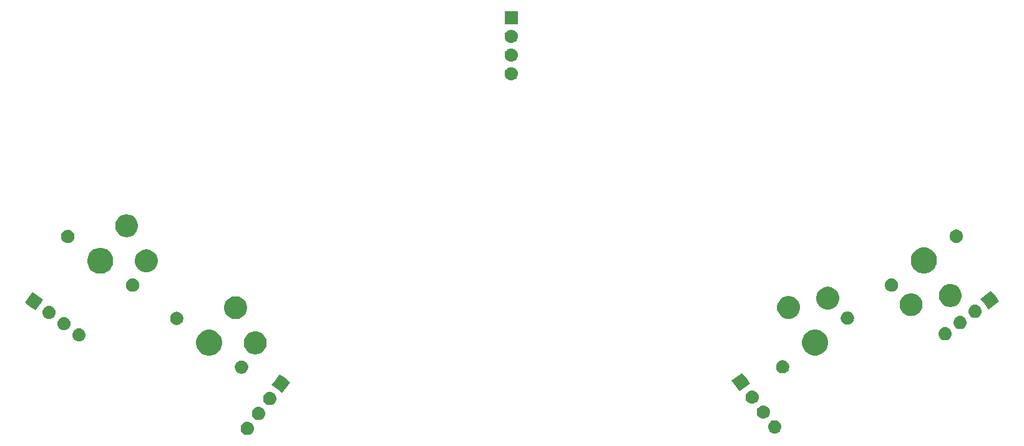
<source format=gbr>
G04 #@! TF.GenerationSoftware,KiCad,Pcbnew,(5.1.4)-1*
G04 #@! TF.CreationDate,2024-04-24T20:57:01-04:00*
G04 #@! TF.ProjectId,ThumbsUp,5468756d-6273-4557-902e-6b696361645f,rev?*
G04 #@! TF.SameCoordinates,Original*
G04 #@! TF.FileFunction,Soldermask,Top*
G04 #@! TF.FilePolarity,Negative*
%FSLAX46Y46*%
G04 Gerber Fmt 4.6, Leading zero omitted, Abs format (unit mm)*
G04 Created by KiCad (PCBNEW (5.1.4)-1) date 2024-04-24 20:57:01*
%MOMM*%
%LPD*%
G04 APERTURE LIST*
%ADD10C,0.100000*%
G04 APERTURE END LIST*
D10*
G36*
X116794727Y-23516955D02*
G01*
X116860911Y-23523473D01*
X117030750Y-23574993D01*
X117187275Y-23658658D01*
X117223013Y-23687988D01*
X117324470Y-23771250D01*
X117402530Y-23866368D01*
X117437062Y-23908445D01*
X117520727Y-24064970D01*
X117572247Y-24234809D01*
X117589643Y-24411436D01*
X117572247Y-24588063D01*
X117520727Y-24757902D01*
X117437062Y-24914427D01*
X117407732Y-24950165D01*
X117324470Y-25051622D01*
X117248663Y-25113834D01*
X117187275Y-25164214D01*
X117030750Y-25247879D01*
X116860911Y-25299399D01*
X116794726Y-25305918D01*
X116728544Y-25312436D01*
X116640024Y-25312436D01*
X116573841Y-25305917D01*
X116507657Y-25299399D01*
X116337818Y-25247879D01*
X116181293Y-25164214D01*
X116119905Y-25113834D01*
X116044098Y-25051622D01*
X115960836Y-24950165D01*
X115931506Y-24914427D01*
X115847841Y-24757902D01*
X115796321Y-24588063D01*
X115778925Y-24411436D01*
X115796321Y-24234809D01*
X115847841Y-24064970D01*
X115931506Y-23908445D01*
X115966038Y-23866368D01*
X116044098Y-23771250D01*
X116145555Y-23687988D01*
X116181293Y-23658658D01*
X116337818Y-23574993D01*
X116507657Y-23523473D01*
X116573842Y-23516954D01*
X116640024Y-23510436D01*
X116728544Y-23510436D01*
X116794727Y-23516955D01*
X116794727Y-23516955D01*
G37*
G36*
X188354085Y-23318352D02*
G01*
X188420270Y-23324871D01*
X188590109Y-23376391D01*
X188746634Y-23460056D01*
X188782372Y-23489386D01*
X188883829Y-23572648D01*
X188967091Y-23674105D01*
X188996421Y-23709843D01*
X189080086Y-23866368D01*
X189131606Y-24036207D01*
X189149002Y-24212834D01*
X189131606Y-24389461D01*
X189080086Y-24559300D01*
X188996421Y-24715825D01*
X188967091Y-24751563D01*
X188883829Y-24853020D01*
X188809003Y-24914427D01*
X188746634Y-24965612D01*
X188590109Y-25049277D01*
X188420270Y-25100797D01*
X188354085Y-25107316D01*
X188287903Y-25113834D01*
X188199383Y-25113834D01*
X188133201Y-25107316D01*
X188067016Y-25100797D01*
X187897177Y-25049277D01*
X187740652Y-24965612D01*
X187678283Y-24914427D01*
X187603457Y-24853020D01*
X187520195Y-24751563D01*
X187490865Y-24715825D01*
X187407200Y-24559300D01*
X187355680Y-24389461D01*
X187338284Y-24212834D01*
X187355680Y-24036207D01*
X187407200Y-23866368D01*
X187490865Y-23709843D01*
X187520195Y-23674105D01*
X187603457Y-23572648D01*
X187704914Y-23489386D01*
X187740652Y-23460056D01*
X187897177Y-23376391D01*
X188067016Y-23324871D01*
X188133201Y-23318352D01*
X188199383Y-23311834D01*
X188287903Y-23311834D01*
X188354085Y-23318352D01*
X188354085Y-23318352D01*
G37*
G36*
X118323336Y-21488419D02*
G01*
X118389521Y-21494938D01*
X118559360Y-21546458D01*
X118715885Y-21630123D01*
X118751623Y-21659453D01*
X118853080Y-21742715D01*
X118931140Y-21837833D01*
X118965672Y-21879910D01*
X119049337Y-22036435D01*
X119100857Y-22206274D01*
X119118253Y-22382901D01*
X119100857Y-22559528D01*
X119049337Y-22729367D01*
X118965672Y-22885892D01*
X118936342Y-22921630D01*
X118853080Y-23023087D01*
X118777273Y-23085299D01*
X118715885Y-23135679D01*
X118559360Y-23219344D01*
X118389521Y-23270864D01*
X118323337Y-23277382D01*
X118257154Y-23283901D01*
X118168634Y-23283901D01*
X118102452Y-23277383D01*
X118036267Y-23270864D01*
X117866428Y-23219344D01*
X117709903Y-23135679D01*
X117648515Y-23085299D01*
X117572708Y-23023087D01*
X117489446Y-22921630D01*
X117460116Y-22885892D01*
X117376451Y-22729367D01*
X117324931Y-22559528D01*
X117307535Y-22382901D01*
X117324931Y-22206274D01*
X117376451Y-22036435D01*
X117460116Y-21879910D01*
X117494648Y-21837833D01*
X117572708Y-21742715D01*
X117674165Y-21659453D01*
X117709903Y-21630123D01*
X117866428Y-21546458D01*
X118036267Y-21494938D01*
X118102452Y-21488419D01*
X118168634Y-21481901D01*
X118257154Y-21481901D01*
X118323336Y-21488419D01*
X118323336Y-21488419D01*
G37*
G36*
X186825476Y-21289818D02*
G01*
X186891660Y-21296336D01*
X187061499Y-21347856D01*
X187218024Y-21431521D01*
X187253762Y-21460851D01*
X187355219Y-21544113D01*
X187438481Y-21645570D01*
X187467811Y-21681308D01*
X187551476Y-21837833D01*
X187602996Y-22007672D01*
X187620392Y-22184299D01*
X187602996Y-22360926D01*
X187551476Y-22530765D01*
X187467811Y-22687290D01*
X187438481Y-22723028D01*
X187355219Y-22824485D01*
X187280393Y-22885892D01*
X187218024Y-22937077D01*
X187061499Y-23020742D01*
X186891660Y-23072262D01*
X186825476Y-23078780D01*
X186759293Y-23085299D01*
X186670773Y-23085299D01*
X186604591Y-23078781D01*
X186538406Y-23072262D01*
X186368567Y-23020742D01*
X186212042Y-22937077D01*
X186149673Y-22885892D01*
X186074847Y-22824485D01*
X185991585Y-22723028D01*
X185962255Y-22687290D01*
X185878590Y-22530765D01*
X185827070Y-22360926D01*
X185809674Y-22184299D01*
X185827070Y-22007672D01*
X185878590Y-21837833D01*
X185962255Y-21681308D01*
X185991585Y-21645570D01*
X186074847Y-21544113D01*
X186176304Y-21460851D01*
X186212042Y-21431521D01*
X186368567Y-21347856D01*
X186538406Y-21296336D01*
X186604590Y-21289818D01*
X186670773Y-21283299D01*
X186759293Y-21283299D01*
X186825476Y-21289818D01*
X186825476Y-21289818D01*
G37*
G36*
X119851947Y-19459886D02*
G01*
X119918131Y-19466404D01*
X120087970Y-19517924D01*
X120244495Y-19601589D01*
X120280233Y-19630919D01*
X120381690Y-19714181D01*
X120459750Y-19809299D01*
X120494282Y-19851376D01*
X120577947Y-20007901D01*
X120629467Y-20177740D01*
X120646863Y-20354367D01*
X120629467Y-20530994D01*
X120577947Y-20700833D01*
X120494282Y-20857358D01*
X120464952Y-20893096D01*
X120381690Y-20994553D01*
X120305883Y-21056765D01*
X120244495Y-21107145D01*
X120087970Y-21190810D01*
X119918131Y-21242330D01*
X119851946Y-21248849D01*
X119785764Y-21255367D01*
X119697244Y-21255367D01*
X119631062Y-21248849D01*
X119564877Y-21242330D01*
X119395038Y-21190810D01*
X119238513Y-21107145D01*
X119177125Y-21056765D01*
X119101318Y-20994553D01*
X119018056Y-20893096D01*
X118988726Y-20857358D01*
X118905061Y-20700833D01*
X118853541Y-20530994D01*
X118836145Y-20354367D01*
X118853541Y-20177740D01*
X118905061Y-20007901D01*
X118988726Y-19851376D01*
X119023258Y-19809299D01*
X119101318Y-19714181D01*
X119202775Y-19630919D01*
X119238513Y-19601589D01*
X119395038Y-19517924D01*
X119564877Y-19466404D01*
X119631061Y-19459886D01*
X119697244Y-19453367D01*
X119785764Y-19453367D01*
X119851947Y-19459886D01*
X119851947Y-19459886D01*
G37*
G36*
X185296865Y-19261283D02*
G01*
X185363050Y-19267802D01*
X185532889Y-19319322D01*
X185689414Y-19402987D01*
X185725152Y-19432317D01*
X185826609Y-19515579D01*
X185909871Y-19617036D01*
X185939201Y-19652774D01*
X186022866Y-19809299D01*
X186074386Y-19979138D01*
X186091782Y-20155765D01*
X186074386Y-20332392D01*
X186022866Y-20502231D01*
X185939201Y-20658756D01*
X185909871Y-20694494D01*
X185826609Y-20795951D01*
X185751783Y-20857358D01*
X185689414Y-20908543D01*
X185532889Y-20992208D01*
X185363050Y-21043728D01*
X185296866Y-21050246D01*
X185230683Y-21056765D01*
X185142163Y-21056765D01*
X185075980Y-21050246D01*
X185009796Y-21043728D01*
X184839957Y-20992208D01*
X184683432Y-20908543D01*
X184621063Y-20857358D01*
X184546237Y-20795951D01*
X184462975Y-20694494D01*
X184433645Y-20658756D01*
X184349980Y-20502231D01*
X184298460Y-20332392D01*
X184281064Y-20155765D01*
X184298460Y-19979138D01*
X184349980Y-19809299D01*
X184433645Y-19652774D01*
X184462975Y-19617036D01*
X184546237Y-19515579D01*
X184647694Y-19432317D01*
X184683432Y-19402987D01*
X184839957Y-19319322D01*
X185009796Y-19267802D01*
X185075981Y-19261283D01*
X185142163Y-19254765D01*
X185230683Y-19254765D01*
X185296865Y-19261283D01*
X185296865Y-19261283D01*
G37*
G36*
X121711220Y-17530056D02*
G01*
X122531920Y-18148497D01*
X122531920Y-18148498D01*
X122264657Y-18503168D01*
X121447450Y-19587639D01*
X121447449Y-19587639D01*
X120829008Y-19121610D01*
X120008308Y-18503169D01*
X120008308Y-18503168D01*
X120474337Y-17884727D01*
X121092778Y-17064027D01*
X121092779Y-17064027D01*
X121711220Y-17530056D01*
X121711220Y-17530056D01*
G37*
G36*
X184453590Y-17686125D02*
G01*
X184919619Y-18304566D01*
X184919619Y-18304567D01*
X184098919Y-18923008D01*
X183480478Y-19389037D01*
X183480477Y-19389037D01*
X182663270Y-18304566D01*
X182396007Y-17949896D01*
X182396007Y-17949895D01*
X183216707Y-17331454D01*
X183835148Y-16865425D01*
X183835149Y-16865425D01*
X184453590Y-17686125D01*
X184453590Y-17686125D01*
G37*
G36*
X116075711Y-15186653D02*
G01*
X116162834Y-15203982D01*
X116248264Y-15239369D01*
X116326970Y-15271970D01*
X116425893Y-15338068D01*
X116474687Y-15370671D01*
X116600311Y-15496295D01*
X116600313Y-15496298D01*
X116699012Y-15644012D01*
X116699012Y-15644013D01*
X116767000Y-15808148D01*
X116767000Y-15808150D01*
X116795175Y-15949793D01*
X116801659Y-15982394D01*
X116801659Y-16160052D01*
X116767000Y-16334298D01*
X116721675Y-16443721D01*
X116699012Y-16498434D01*
X116622096Y-16613547D01*
X116600311Y-16646151D01*
X116474687Y-16771775D01*
X116474684Y-16771777D01*
X116326970Y-16870476D01*
X116272257Y-16893139D01*
X116162834Y-16938464D01*
X116075711Y-16955794D01*
X115988590Y-16973123D01*
X115810928Y-16973123D01*
X115723807Y-16955793D01*
X115636684Y-16938464D01*
X115527261Y-16893139D01*
X115472548Y-16870476D01*
X115324834Y-16771777D01*
X115324831Y-16771775D01*
X115199207Y-16646151D01*
X115177422Y-16613547D01*
X115100506Y-16498434D01*
X115077843Y-16443721D01*
X115032518Y-16334298D01*
X114997859Y-16160052D01*
X114997859Y-15982394D01*
X115004344Y-15949793D01*
X115032518Y-15808150D01*
X115032518Y-15808148D01*
X115100506Y-15644013D01*
X115100506Y-15644012D01*
X115199205Y-15496298D01*
X115199207Y-15496295D01*
X115324831Y-15370671D01*
X115373625Y-15338068D01*
X115472548Y-15271970D01*
X115551254Y-15239369D01*
X115636684Y-15203982D01*
X115723807Y-15186653D01*
X115810928Y-15169323D01*
X115988590Y-15169323D01*
X116075711Y-15186653D01*
X116075711Y-15186653D01*
G37*
G36*
X189498488Y-15154051D02*
G01*
X189585611Y-15171381D01*
X189695034Y-15216706D01*
X189749747Y-15239369D01*
X189896469Y-15337405D01*
X189897464Y-15338070D01*
X190023088Y-15463694D01*
X190023090Y-15463697D01*
X190121789Y-15611411D01*
X190121789Y-15611412D01*
X190189777Y-15775547D01*
X190196262Y-15808150D01*
X190224436Y-15949791D01*
X190224436Y-16127453D01*
X190217951Y-16160054D01*
X190189777Y-16301697D01*
X190144452Y-16411120D01*
X190121789Y-16465833D01*
X190023753Y-16612555D01*
X190023088Y-16613550D01*
X189897464Y-16739174D01*
X189897461Y-16739176D01*
X189749747Y-16837875D01*
X189695034Y-16860538D01*
X189585611Y-16905863D01*
X189498488Y-16923192D01*
X189411367Y-16940522D01*
X189233705Y-16940522D01*
X189146584Y-16923193D01*
X189059461Y-16905863D01*
X188950038Y-16860538D01*
X188895325Y-16837875D01*
X188747611Y-16739176D01*
X188747608Y-16739174D01*
X188621984Y-16613550D01*
X188621319Y-16612555D01*
X188523283Y-16465833D01*
X188500620Y-16411120D01*
X188455295Y-16301697D01*
X188427121Y-16160054D01*
X188420636Y-16127453D01*
X188420636Y-15949791D01*
X188448810Y-15808150D01*
X188455295Y-15775547D01*
X188523283Y-15611412D01*
X188523283Y-15611411D01*
X188621982Y-15463697D01*
X188621984Y-15463694D01*
X188747608Y-15338070D01*
X188748603Y-15337405D01*
X188895325Y-15239369D01*
X188950038Y-15216706D01*
X189059461Y-15171381D01*
X189146584Y-15154051D01*
X189233705Y-15136722D01*
X189411367Y-15136722D01*
X189498488Y-15154051D01*
X189498488Y-15154051D01*
G37*
G36*
X112022240Y-11063587D02*
G01*
X112343540Y-11196674D01*
X112343542Y-11196675D01*
X112632704Y-11389887D01*
X112878617Y-11635800D01*
X113051391Y-11894374D01*
X113071830Y-11924964D01*
X113204917Y-12246264D01*
X113272764Y-12587352D01*
X113272764Y-12935128D01*
X113204917Y-13276216D01*
X113108037Y-13510104D01*
X113071829Y-13597518D01*
X112878617Y-13886680D01*
X112632704Y-14132593D01*
X112343542Y-14325805D01*
X112343541Y-14325806D01*
X112343540Y-14325806D01*
X112022240Y-14458893D01*
X111681152Y-14526740D01*
X111333376Y-14526740D01*
X110992288Y-14458893D01*
X110670988Y-14325806D01*
X110670987Y-14325806D01*
X110670986Y-14325805D01*
X110381824Y-14132593D01*
X110135911Y-13886680D01*
X109942699Y-13597518D01*
X109906491Y-13510104D01*
X109809611Y-13276216D01*
X109741764Y-12935128D01*
X109741764Y-12587352D01*
X109809611Y-12246264D01*
X109942698Y-11924964D01*
X109963138Y-11894374D01*
X110135911Y-11635800D01*
X110381824Y-11389887D01*
X110670986Y-11196675D01*
X110670988Y-11196674D01*
X110992288Y-11063587D01*
X111333376Y-10995740D01*
X111681152Y-10995740D01*
X112022240Y-11063587D01*
X112022240Y-11063587D01*
G37*
G36*
X194230007Y-11030986D02*
G01*
X194551307Y-11164073D01*
X194551309Y-11164074D01*
X194840471Y-11357286D01*
X195086384Y-11603199D01*
X195209014Y-11786727D01*
X195279597Y-11892363D01*
X195412684Y-12213663D01*
X195480531Y-12554751D01*
X195480531Y-12902527D01*
X195412684Y-13243615D01*
X195279597Y-13564915D01*
X195279596Y-13564917D01*
X195086384Y-13854079D01*
X194840471Y-14099992D01*
X194551309Y-14293204D01*
X194551308Y-14293205D01*
X194551307Y-14293205D01*
X194230007Y-14426292D01*
X193888919Y-14494139D01*
X193541143Y-14494139D01*
X193200055Y-14426292D01*
X192878755Y-14293205D01*
X192878754Y-14293205D01*
X192878753Y-14293204D01*
X192589591Y-14099992D01*
X192343678Y-13854079D01*
X192150466Y-13564917D01*
X192150465Y-13564915D01*
X192017378Y-13243615D01*
X191949531Y-12902527D01*
X191949531Y-12554751D01*
X192017378Y-12213663D01*
X192150465Y-11892363D01*
X192221049Y-11786727D01*
X192343678Y-11603199D01*
X192589591Y-11357286D01*
X192878753Y-11164074D01*
X192878755Y-11164073D01*
X193200055Y-11030986D01*
X193541143Y-10963139D01*
X193888919Y-10963139D01*
X194230007Y-11030986D01*
X194230007Y-11030986D01*
G37*
G36*
X118059833Y-11254234D02*
G01*
X118209658Y-11284036D01*
X118491922Y-11400953D01*
X118745953Y-11570691D01*
X118961989Y-11786727D01*
X119131727Y-12040758D01*
X119248644Y-12323022D01*
X119248644Y-12323023D01*
X119308248Y-12622671D01*
X119308248Y-12928193D01*
X119278446Y-13078017D01*
X119248644Y-13227842D01*
X119131727Y-13510106D01*
X118961989Y-13764137D01*
X118745953Y-13980173D01*
X118491922Y-14149911D01*
X118209658Y-14266828D01*
X118077057Y-14293204D01*
X117910009Y-14326432D01*
X117604487Y-14326432D01*
X117437439Y-14293204D01*
X117304838Y-14266828D01*
X117022574Y-14149911D01*
X116768543Y-13980173D01*
X116552507Y-13764137D01*
X116382769Y-13510106D01*
X116265852Y-13227842D01*
X116236050Y-13078017D01*
X116206248Y-12928193D01*
X116206248Y-12622671D01*
X116265852Y-12323023D01*
X116265852Y-12323022D01*
X116382769Y-12040758D01*
X116552507Y-11786727D01*
X116768543Y-11570691D01*
X117022574Y-11400953D01*
X117304838Y-11284036D01*
X117454663Y-11254234D01*
X117604487Y-11224432D01*
X117910009Y-11224432D01*
X118059833Y-11254234D01*
X118059833Y-11254234D01*
G37*
G36*
X93953061Y-10807030D02*
G01*
X94019245Y-10813548D01*
X94189084Y-10865068D01*
X94345609Y-10948733D01*
X94381347Y-10978063D01*
X94482804Y-11061325D01*
X94566066Y-11162782D01*
X94595396Y-11198520D01*
X94679061Y-11355045D01*
X94730581Y-11524884D01*
X94747977Y-11701511D01*
X94730581Y-11878138D01*
X94679061Y-12047977D01*
X94595396Y-12204502D01*
X94566066Y-12240240D01*
X94482804Y-12341697D01*
X94381347Y-12424959D01*
X94345609Y-12454289D01*
X94189084Y-12537954D01*
X94019245Y-12589474D01*
X93953060Y-12595993D01*
X93886878Y-12602511D01*
X93798358Y-12602511D01*
X93732176Y-12595993D01*
X93665991Y-12589474D01*
X93496152Y-12537954D01*
X93339627Y-12454289D01*
X93303889Y-12424959D01*
X93202432Y-12341697D01*
X93119170Y-12240240D01*
X93089840Y-12204502D01*
X93006175Y-12047977D01*
X92954655Y-11878138D01*
X92937259Y-11701511D01*
X92954655Y-11524884D01*
X93006175Y-11355045D01*
X93089840Y-11198520D01*
X93119170Y-11162782D01*
X93202432Y-11061325D01*
X93303889Y-10978063D01*
X93339627Y-10948733D01*
X93496152Y-10865068D01*
X93665991Y-10813548D01*
X93732175Y-10807030D01*
X93798358Y-10800511D01*
X93886878Y-10800511D01*
X93953061Y-10807030D01*
X93953061Y-10807030D01*
G37*
G36*
X211475583Y-10653424D02*
G01*
X211541768Y-10659943D01*
X211711607Y-10711463D01*
X211868132Y-10795128D01*
X211903870Y-10824458D01*
X212005327Y-10907720D01*
X212077562Y-10995740D01*
X212117919Y-11044915D01*
X212201584Y-11201440D01*
X212253104Y-11371279D01*
X212270500Y-11547906D01*
X212253104Y-11724533D01*
X212201584Y-11894372D01*
X212117919Y-12050897D01*
X212088589Y-12086635D01*
X212005327Y-12188092D01*
X211903870Y-12271354D01*
X211868132Y-12300684D01*
X211711607Y-12384349D01*
X211541768Y-12435869D01*
X211475583Y-12442388D01*
X211409401Y-12448906D01*
X211320881Y-12448906D01*
X211254698Y-12442387D01*
X211188514Y-12435869D01*
X211018675Y-12384349D01*
X210862150Y-12300684D01*
X210826412Y-12271354D01*
X210724955Y-12188092D01*
X210641693Y-12086635D01*
X210612363Y-12050897D01*
X210528698Y-11894372D01*
X210477178Y-11724533D01*
X210459782Y-11547906D01*
X210477178Y-11371279D01*
X210528698Y-11201440D01*
X210612363Y-11044915D01*
X210652720Y-10995740D01*
X210724955Y-10907720D01*
X210826412Y-10824458D01*
X210862150Y-10795128D01*
X211018675Y-10711463D01*
X211188514Y-10659943D01*
X211254699Y-10653424D01*
X211320881Y-10646906D01*
X211409401Y-10646906D01*
X211475583Y-10653424D01*
X211475583Y-10653424D01*
G37*
G36*
X91924526Y-9278420D02*
G01*
X91990710Y-9284938D01*
X92160549Y-9336458D01*
X92317074Y-9420123D01*
X92352812Y-9449453D01*
X92454269Y-9532715D01*
X92537531Y-9634172D01*
X92566861Y-9669910D01*
X92650526Y-9826435D01*
X92702046Y-9996274D01*
X92719442Y-10172901D01*
X92702046Y-10349528D01*
X92650526Y-10519367D01*
X92566861Y-10675892D01*
X92537668Y-10711463D01*
X92454269Y-10813087D01*
X92352812Y-10896349D01*
X92317074Y-10925679D01*
X92160549Y-11009344D01*
X91990710Y-11060864D01*
X91924525Y-11067383D01*
X91858343Y-11073901D01*
X91769823Y-11073901D01*
X91703641Y-11067383D01*
X91637456Y-11060864D01*
X91467617Y-11009344D01*
X91311092Y-10925679D01*
X91275354Y-10896349D01*
X91173897Y-10813087D01*
X91090498Y-10711463D01*
X91061305Y-10675892D01*
X90977640Y-10519367D01*
X90926120Y-10349528D01*
X90908724Y-10172901D01*
X90926120Y-9996274D01*
X90977640Y-9826435D01*
X91061305Y-9669910D01*
X91090635Y-9634172D01*
X91173897Y-9532715D01*
X91275354Y-9449453D01*
X91311092Y-9420123D01*
X91467617Y-9336458D01*
X91637456Y-9284938D01*
X91703641Y-9278419D01*
X91769823Y-9271901D01*
X91858343Y-9271901D01*
X91924526Y-9278420D01*
X91924526Y-9278420D01*
G37*
G36*
X213504118Y-9124814D02*
G01*
X213570303Y-9131333D01*
X213740142Y-9182853D01*
X213896667Y-9266518D01*
X213932405Y-9295848D01*
X214033862Y-9379110D01*
X214106937Y-9468154D01*
X214146454Y-9516305D01*
X214230119Y-9672830D01*
X214281639Y-9842669D01*
X214299035Y-10019296D01*
X214281639Y-10195923D01*
X214230119Y-10365762D01*
X214146454Y-10522287D01*
X214117124Y-10558025D01*
X214033862Y-10659482D01*
X213932405Y-10742744D01*
X213896667Y-10772074D01*
X213740142Y-10855739D01*
X213570303Y-10907259D01*
X213504119Y-10913777D01*
X213437936Y-10920296D01*
X213349416Y-10920296D01*
X213283233Y-10913777D01*
X213217049Y-10907259D01*
X213047210Y-10855739D01*
X212890685Y-10772074D01*
X212854947Y-10742744D01*
X212753490Y-10659482D01*
X212670228Y-10558025D01*
X212640898Y-10522287D01*
X212557233Y-10365762D01*
X212505713Y-10195923D01*
X212488317Y-10019296D01*
X212505713Y-9842669D01*
X212557233Y-9672830D01*
X212640898Y-9516305D01*
X212680415Y-9468154D01*
X212753490Y-9379110D01*
X212854947Y-9295848D01*
X212890685Y-9266518D01*
X213047210Y-9182853D01*
X213217049Y-9131333D01*
X213283233Y-9124815D01*
X213349416Y-9118296D01*
X213437936Y-9118296D01*
X213504118Y-9124814D01*
X213504118Y-9124814D01*
G37*
G36*
X107290721Y-8566686D02*
G01*
X107377844Y-8584016D01*
X107463274Y-8619403D01*
X107541980Y-8652004D01*
X107640903Y-8718102D01*
X107689697Y-8750705D01*
X107815321Y-8876329D01*
X107815323Y-8876332D01*
X107914022Y-9024046D01*
X107914022Y-9024047D01*
X107982010Y-9188182D01*
X107982010Y-9188184D01*
X108011504Y-9336458D01*
X108016669Y-9362428D01*
X108016669Y-9540086D01*
X107982010Y-9714332D01*
X107936685Y-9823755D01*
X107914022Y-9878468D01*
X107837106Y-9993581D01*
X107815321Y-10026185D01*
X107689697Y-10151809D01*
X107689694Y-10151811D01*
X107541980Y-10250510D01*
X107487267Y-10273173D01*
X107377844Y-10318498D01*
X107290721Y-10335827D01*
X107203600Y-10353157D01*
X107025938Y-10353157D01*
X106938817Y-10335827D01*
X106851694Y-10318498D01*
X106742271Y-10273173D01*
X106687558Y-10250510D01*
X106539844Y-10151811D01*
X106539841Y-10151809D01*
X106414217Y-10026185D01*
X106392432Y-9993581D01*
X106315516Y-9878468D01*
X106292853Y-9823755D01*
X106247528Y-9714332D01*
X106212869Y-9540086D01*
X106212869Y-9362428D01*
X106218035Y-9336458D01*
X106247528Y-9188184D01*
X106247528Y-9188182D01*
X106315516Y-9024047D01*
X106315516Y-9024046D01*
X106414215Y-8876332D01*
X106414217Y-8876329D01*
X106539841Y-8750705D01*
X106588635Y-8718102D01*
X106687558Y-8652004D01*
X106766264Y-8619403D01*
X106851694Y-8584016D01*
X106938817Y-8566687D01*
X107025938Y-8549357D01*
X107203600Y-8549357D01*
X107290721Y-8566686D01*
X107290721Y-8566686D01*
G37*
G36*
X198283478Y-8534086D02*
G01*
X198370601Y-8551415D01*
X198458255Y-8587723D01*
X198534737Y-8619403D01*
X198672466Y-8711430D01*
X198682454Y-8718104D01*
X198808078Y-8843728D01*
X198808080Y-8843731D01*
X198906779Y-8991445D01*
X198920283Y-9024046D01*
X198974767Y-9155581D01*
X198981252Y-9188184D01*
X199009426Y-9329825D01*
X199009426Y-9507487D01*
X199002941Y-9540088D01*
X198974767Y-9681731D01*
X198929442Y-9791154D01*
X198906779Y-9845867D01*
X198808743Y-9992589D01*
X198808078Y-9993584D01*
X198682454Y-10119208D01*
X198682451Y-10119210D01*
X198534737Y-10217909D01*
X198480024Y-10240572D01*
X198370601Y-10285897D01*
X198283478Y-10303226D01*
X198196357Y-10320556D01*
X198018695Y-10320556D01*
X197931574Y-10303226D01*
X197844451Y-10285897D01*
X197735028Y-10240572D01*
X197680315Y-10217909D01*
X197532601Y-10119210D01*
X197532598Y-10119208D01*
X197406974Y-9993584D01*
X197406309Y-9992589D01*
X197308273Y-9845867D01*
X197285610Y-9791154D01*
X197240285Y-9681731D01*
X197212111Y-9540088D01*
X197205626Y-9507487D01*
X197205626Y-9329825D01*
X197233800Y-9188184D01*
X197240285Y-9155581D01*
X197294769Y-9024046D01*
X197308273Y-8991445D01*
X197406972Y-8843731D01*
X197406974Y-8843728D01*
X197532598Y-8718104D01*
X197542586Y-8711430D01*
X197680315Y-8619403D01*
X197756797Y-8587723D01*
X197844451Y-8551415D01*
X197931574Y-8534086D01*
X198018695Y-8516756D01*
X198196357Y-8516756D01*
X198283478Y-8534086D01*
X198283478Y-8534086D01*
G37*
G36*
X115390648Y-6488161D02*
G01*
X115540473Y-6517963D01*
X115822737Y-6634880D01*
X116076768Y-6804618D01*
X116292804Y-7020654D01*
X116462542Y-7274685D01*
X116579459Y-7556949D01*
X116639063Y-7856599D01*
X116639063Y-8162119D01*
X116579459Y-8461769D01*
X116462542Y-8744033D01*
X116292804Y-8998064D01*
X116076768Y-9214100D01*
X115822737Y-9383838D01*
X115540473Y-9500755D01*
X115390648Y-9530557D01*
X115240824Y-9560359D01*
X114935302Y-9560359D01*
X114785478Y-9530557D01*
X114635653Y-9500755D01*
X114353389Y-9383838D01*
X114099358Y-9214100D01*
X113883322Y-8998064D01*
X113713584Y-8744033D01*
X113596667Y-8461769D01*
X113537063Y-8162119D01*
X113537063Y-7856599D01*
X113596667Y-7556949D01*
X113713584Y-7274685D01*
X113883322Y-7020654D01*
X114099358Y-6804618D01*
X114353389Y-6634880D01*
X114635653Y-6517963D01*
X114785478Y-6488161D01*
X114935302Y-6458359D01*
X115240824Y-6458359D01*
X115390648Y-6488161D01*
X115390648Y-6488161D01*
G37*
G36*
X89895991Y-7749809D02*
G01*
X89962176Y-7756328D01*
X90132015Y-7807848D01*
X90132017Y-7807849D01*
X90162229Y-7823998D01*
X90288540Y-7891513D01*
X90324278Y-7920843D01*
X90425735Y-8004105D01*
X90503743Y-8099160D01*
X90538327Y-8141300D01*
X90621992Y-8297825D01*
X90673512Y-8467664D01*
X90690908Y-8644291D01*
X90673512Y-8820918D01*
X90621992Y-8990757D01*
X90538327Y-9147282D01*
X90531516Y-9155581D01*
X90425735Y-9284477D01*
X90344386Y-9351237D01*
X90288540Y-9397069D01*
X90132015Y-9480734D01*
X89962176Y-9532254D01*
X89895991Y-9538773D01*
X89829809Y-9545291D01*
X89741289Y-9545291D01*
X89675107Y-9538773D01*
X89608922Y-9532254D01*
X89439083Y-9480734D01*
X89282558Y-9397069D01*
X89226712Y-9351237D01*
X89145363Y-9284477D01*
X89039582Y-9155581D01*
X89032771Y-9147282D01*
X88949106Y-8990757D01*
X88897586Y-8820918D01*
X88880190Y-8644291D01*
X88897586Y-8467664D01*
X88949106Y-8297825D01*
X89032771Y-8141300D01*
X89067355Y-8099160D01*
X89145363Y-8004105D01*
X89246820Y-7920843D01*
X89282558Y-7891513D01*
X89408869Y-7823998D01*
X89439081Y-7807849D01*
X89439083Y-7807848D01*
X89608922Y-7756328D01*
X89675107Y-7749809D01*
X89741289Y-7743291D01*
X89829809Y-7743291D01*
X89895991Y-7749809D01*
X89895991Y-7749809D01*
G37*
G36*
X190436817Y-6455560D02*
G01*
X190586642Y-6485362D01*
X190868906Y-6602279D01*
X191122937Y-6772017D01*
X191338973Y-6988053D01*
X191508711Y-7242084D01*
X191625628Y-7524348D01*
X191641218Y-7602723D01*
X191685232Y-7823997D01*
X191685232Y-8129519D01*
X191682888Y-8141302D01*
X191625628Y-8429168D01*
X191508711Y-8711432D01*
X191338973Y-8965463D01*
X191122937Y-9181499D01*
X190868906Y-9351237D01*
X190586642Y-9468154D01*
X190436817Y-9497956D01*
X190286993Y-9527758D01*
X189981471Y-9527758D01*
X189831647Y-9497956D01*
X189681822Y-9468154D01*
X189399558Y-9351237D01*
X189145527Y-9181499D01*
X188929491Y-8965463D01*
X188759753Y-8711432D01*
X188642836Y-8429168D01*
X188585576Y-8141302D01*
X188583232Y-8129519D01*
X188583232Y-7823997D01*
X188627246Y-7602723D01*
X188642836Y-7524348D01*
X188759753Y-7242084D01*
X188929491Y-6988053D01*
X189145527Y-6772017D01*
X189399558Y-6602279D01*
X189681822Y-6485362D01*
X189831647Y-6455560D01*
X189981471Y-6425758D01*
X190286993Y-6425758D01*
X190436817Y-6455560D01*
X190436817Y-6455560D01*
G37*
G36*
X215532653Y-7596205D02*
G01*
X215598837Y-7602723D01*
X215768676Y-7654243D01*
X215925201Y-7737908D01*
X215960939Y-7767238D01*
X216062396Y-7850500D01*
X216145658Y-7951957D01*
X216174988Y-7987695D01*
X216258653Y-8144220D01*
X216310173Y-8314059D01*
X216327569Y-8490686D01*
X216310173Y-8667313D01*
X216258653Y-8837152D01*
X216174988Y-8993677D01*
X216150065Y-9024046D01*
X216062396Y-9130872D01*
X215960982Y-9214099D01*
X215925201Y-9243464D01*
X215768676Y-9327129D01*
X215598837Y-9378649D01*
X215546151Y-9383838D01*
X215466470Y-9391686D01*
X215377950Y-9391686D01*
X215298269Y-9383838D01*
X215245583Y-9378649D01*
X215075744Y-9327129D01*
X214919219Y-9243464D01*
X214883438Y-9214099D01*
X214782024Y-9130872D01*
X214694355Y-9024046D01*
X214669432Y-8993677D01*
X214585767Y-8837152D01*
X214534247Y-8667313D01*
X214516851Y-8490686D01*
X214534247Y-8314059D01*
X214585767Y-8144220D01*
X214669432Y-7987695D01*
X214698762Y-7951957D01*
X214782024Y-7850500D01*
X214883481Y-7767238D01*
X214919219Y-7737908D01*
X215075744Y-7654243D01*
X215245583Y-7602723D01*
X215311768Y-7596204D01*
X215377950Y-7589686D01*
X215466470Y-7589686D01*
X215532653Y-7596205D01*
X215532653Y-7596205D01*
G37*
G36*
X207056002Y-6077821D02*
G01*
X207205827Y-6107623D01*
X207488091Y-6224540D01*
X207742122Y-6394278D01*
X207958158Y-6610314D01*
X208127896Y-6864345D01*
X208244813Y-7146609D01*
X208304417Y-7446259D01*
X208304417Y-7751779D01*
X208244813Y-8051429D01*
X208127896Y-8333693D01*
X207958158Y-8587724D01*
X207742122Y-8803760D01*
X207488091Y-8973498D01*
X207205827Y-9090415D01*
X207056002Y-9120217D01*
X206906178Y-9150019D01*
X206600656Y-9150019D01*
X206450832Y-9120217D01*
X206301007Y-9090415D01*
X206018743Y-8973498D01*
X205764712Y-8803760D01*
X205548676Y-8587724D01*
X205378938Y-8333693D01*
X205262021Y-8051429D01*
X205202417Y-7751779D01*
X205202417Y-7446259D01*
X205262021Y-7146609D01*
X205378938Y-6864345D01*
X205548676Y-6610314D01*
X205764712Y-6394278D01*
X206018743Y-6224540D01*
X206301007Y-6107623D01*
X206450832Y-6077821D01*
X206600656Y-6048019D01*
X206906178Y-6048019D01*
X207056002Y-6077821D01*
X207056002Y-6077821D01*
G37*
G36*
X88031281Y-6194181D02*
G01*
X89018821Y-6938345D01*
X89018821Y-6938346D01*
X88751558Y-7293016D01*
X87934351Y-8377487D01*
X87934350Y-8377487D01*
X87289440Y-7891512D01*
X86495209Y-7293017D01*
X86495209Y-7293016D01*
X87038594Y-6571920D01*
X87579679Y-5853875D01*
X87579680Y-5853875D01*
X88031281Y-6194181D01*
X88031281Y-6194181D01*
G37*
G36*
X195753987Y-5203483D02*
G01*
X195903812Y-5233285D01*
X196186076Y-5350202D01*
X196440107Y-5519940D01*
X196656143Y-5735976D01*
X196825881Y-5990007D01*
X196923027Y-6224540D01*
X196942798Y-6272272D01*
X197002402Y-6571920D01*
X197002402Y-6877442D01*
X196990287Y-6938346D01*
X196942798Y-7177091D01*
X196825881Y-7459355D01*
X196656143Y-7713386D01*
X196440107Y-7929422D01*
X196186076Y-8099160D01*
X195903812Y-8216077D01*
X195753987Y-8245879D01*
X195604163Y-8275681D01*
X195298641Y-8275681D01*
X195148817Y-8245879D01*
X194998992Y-8216077D01*
X194716728Y-8099160D01*
X194462697Y-7929422D01*
X194246661Y-7713386D01*
X194076923Y-7459355D01*
X193960006Y-7177091D01*
X193912517Y-6938346D01*
X193900402Y-6877442D01*
X193900402Y-6571920D01*
X193960006Y-6272272D01*
X193979777Y-6224540D01*
X194076923Y-5990007D01*
X194246661Y-5735976D01*
X194462697Y-5519940D01*
X194716728Y-5350202D01*
X194998992Y-5233285D01*
X195148817Y-5203483D01*
X195298641Y-5173681D01*
X195604163Y-5173681D01*
X195753987Y-5203483D01*
X195753987Y-5203483D01*
G37*
G36*
X218230495Y-6499703D02*
G01*
X218712550Y-7139411D01*
X218712550Y-7139412D01*
X218029345Y-7654243D01*
X217273409Y-8223882D01*
X217273408Y-8223882D01*
X216558139Y-7274687D01*
X216188938Y-6784741D01*
X216188938Y-6784740D01*
X217243583Y-5990009D01*
X217628079Y-5700270D01*
X217628080Y-5700270D01*
X218230495Y-6499703D01*
X218230495Y-6499703D01*
G37*
G36*
X212373172Y-4825744D02*
G01*
X212522997Y-4855546D01*
X212805261Y-4972463D01*
X213059292Y-5142201D01*
X213275328Y-5358237D01*
X213445066Y-5612268D01*
X213561983Y-5894532D01*
X213621587Y-6194182D01*
X213621587Y-6499702D01*
X213561983Y-6799352D01*
X213445066Y-7081616D01*
X213275328Y-7335647D01*
X213059292Y-7551683D01*
X212805261Y-7721421D01*
X212522997Y-7838338D01*
X212373172Y-7868140D01*
X212223348Y-7897942D01*
X211917826Y-7897942D01*
X211768002Y-7868140D01*
X211618177Y-7838338D01*
X211335913Y-7721421D01*
X211081882Y-7551683D01*
X210865846Y-7335647D01*
X210696108Y-7081616D01*
X210579191Y-6799352D01*
X210519587Y-6499702D01*
X210519587Y-6194182D01*
X210579191Y-5894532D01*
X210696108Y-5612268D01*
X210865846Y-5358237D01*
X211081882Y-5142201D01*
X211335913Y-4972463D01*
X211618177Y-4855546D01*
X211768002Y-4825744D01*
X211917826Y-4795942D01*
X212223348Y-4795942D01*
X212373172Y-4825744D01*
X212373172Y-4825744D01*
G37*
G36*
X101300954Y-4053076D02*
G01*
X101388077Y-4070405D01*
X101473505Y-4105791D01*
X101552213Y-4138393D01*
X101651134Y-4204490D01*
X101699930Y-4237094D01*
X101825554Y-4362718D01*
X101825556Y-4362721D01*
X101924255Y-4510435D01*
X101924255Y-4510436D01*
X101992243Y-4674571D01*
X102026902Y-4848817D01*
X102026902Y-5026475D01*
X101992243Y-5200721D01*
X101978754Y-5233285D01*
X101924255Y-5364857D01*
X101847340Y-5479969D01*
X101825554Y-5512574D01*
X101699930Y-5638198D01*
X101699927Y-5638200D01*
X101552213Y-5736899D01*
X101497500Y-5759562D01*
X101388077Y-5804887D01*
X101300954Y-5822216D01*
X101213833Y-5839546D01*
X101036171Y-5839546D01*
X100949050Y-5822216D01*
X100861927Y-5804887D01*
X100752504Y-5759562D01*
X100697791Y-5736899D01*
X100550077Y-5638200D01*
X100550074Y-5638198D01*
X100424450Y-5512574D01*
X100402664Y-5479969D01*
X100325749Y-5364857D01*
X100271250Y-5233285D01*
X100257761Y-5200721D01*
X100223102Y-5026475D01*
X100223102Y-4848817D01*
X100257761Y-4674571D01*
X100325749Y-4510436D01*
X100325749Y-4510435D01*
X100424448Y-4362721D01*
X100424450Y-4362718D01*
X100550074Y-4237094D01*
X100598870Y-4204490D01*
X100697791Y-4138393D01*
X100776499Y-4105791D01*
X100861927Y-4070405D01*
X100949050Y-4053076D01*
X101036171Y-4035746D01*
X101213833Y-4035746D01*
X101300954Y-4053076D01*
X101300954Y-4053076D01*
G37*
G36*
X204273245Y-4020474D02*
G01*
X204360368Y-4037803D01*
X204469791Y-4083128D01*
X204524504Y-4105791D01*
X204671226Y-4203827D01*
X204672221Y-4204492D01*
X204797845Y-4330116D01*
X204797847Y-4330119D01*
X204896546Y-4477833D01*
X204919209Y-4532546D01*
X204964534Y-4641969D01*
X204999193Y-4816215D01*
X204999193Y-4993873D01*
X204964534Y-5168119D01*
X204937541Y-5233285D01*
X204896546Y-5332255D01*
X204874762Y-5364857D01*
X204797845Y-5479972D01*
X204672221Y-5605596D01*
X204672218Y-5605598D01*
X204524504Y-5704297D01*
X204469791Y-5726960D01*
X204360368Y-5772285D01*
X204273245Y-5789614D01*
X204186124Y-5806944D01*
X204008462Y-5806944D01*
X203921341Y-5789614D01*
X203834218Y-5772285D01*
X203724795Y-5726960D01*
X203670082Y-5704297D01*
X203522368Y-5605598D01*
X203522365Y-5605596D01*
X203396741Y-5479972D01*
X203319824Y-5364857D01*
X203298040Y-5332255D01*
X203257045Y-5233285D01*
X203230052Y-5168119D01*
X203195393Y-4993873D01*
X203195393Y-4816215D01*
X203230052Y-4641969D01*
X203275377Y-4532546D01*
X203298040Y-4477833D01*
X203396739Y-4330119D01*
X203396741Y-4330116D01*
X203522365Y-4204492D01*
X203523360Y-4203827D01*
X203670082Y-4105791D01*
X203724795Y-4083128D01*
X203834218Y-4037803D01*
X203921341Y-4020474D01*
X204008462Y-4003144D01*
X204186124Y-4003144D01*
X204273245Y-4020474D01*
X204273245Y-4020474D01*
G37*
G36*
X97247483Y69990D02*
G01*
X97490077Y-30496D01*
X97568785Y-63098D01*
X97610326Y-90855D01*
X97857947Y-256310D01*
X98103860Y-502223D01*
X98297073Y-791387D01*
X98430160Y-1112687D01*
X98498007Y-1453775D01*
X98498007Y-1801551D01*
X98430160Y-2142639D01*
X98333280Y-2376527D01*
X98297072Y-2463941D01*
X98103860Y-2753103D01*
X97857947Y-2999016D01*
X97568785Y-3192228D01*
X97568784Y-3192229D01*
X97568783Y-3192229D01*
X97247483Y-3325316D01*
X96906395Y-3393163D01*
X96558619Y-3393163D01*
X96217531Y-3325316D01*
X95896231Y-3192229D01*
X95896230Y-3192229D01*
X95896229Y-3192228D01*
X95607067Y-2999016D01*
X95361154Y-2753103D01*
X95167942Y-2463941D01*
X95131734Y-2376527D01*
X95034854Y-2142639D01*
X94967007Y-1801551D01*
X94967007Y-1453775D01*
X95034854Y-1112687D01*
X95167941Y-791387D01*
X95361154Y-502223D01*
X95607067Y-256310D01*
X95854688Y-90855D01*
X95896229Y-63098D01*
X95974937Y-30496D01*
X96217531Y69990D01*
X96558619Y137837D01*
X96906395Y137837D01*
X97247483Y69990D01*
X97247483Y69990D01*
G37*
G36*
X209004764Y102592D02*
G01*
X209326064Y-30495D01*
X209326066Y-30496D01*
X209505603Y-150459D01*
X209615228Y-223708D01*
X209861141Y-469621D01*
X210054354Y-758785D01*
X210187441Y-1080085D01*
X210255288Y-1421173D01*
X210255288Y-1768949D01*
X210187441Y-2110037D01*
X210173936Y-2142640D01*
X210054353Y-2431339D01*
X209861141Y-2720501D01*
X209615228Y-2966414D01*
X209326066Y-3159626D01*
X209326065Y-3159627D01*
X209326064Y-3159627D01*
X209004764Y-3292714D01*
X208663676Y-3360561D01*
X208315900Y-3360561D01*
X207974812Y-3292714D01*
X207653512Y-3159627D01*
X207653511Y-3159627D01*
X207653510Y-3159626D01*
X207364348Y-2966414D01*
X207118435Y-2720501D01*
X206925223Y-2431339D01*
X206805640Y-2142640D01*
X206792135Y-2110037D01*
X206724288Y-1768949D01*
X206724288Y-1421173D01*
X206792135Y-1080085D01*
X206925222Y-758785D01*
X207118435Y-469621D01*
X207364348Y-223708D01*
X207473973Y-150459D01*
X207653510Y-30496D01*
X207653512Y-30495D01*
X207974812Y102592D01*
X208315900Y170439D01*
X208663676Y170439D01*
X209004764Y102592D01*
X209004764Y102592D01*
G37*
G36*
X103285076Y-120657D02*
G01*
X103434901Y-150459D01*
X103717165Y-267376D01*
X103971196Y-437114D01*
X104187232Y-653150D01*
X104356970Y-907181D01*
X104473887Y-1189445D01*
X104473887Y-1189446D01*
X104533491Y-1489094D01*
X104533491Y-1794616D01*
X104503689Y-1944440D01*
X104473887Y-2094265D01*
X104356970Y-2376529D01*
X104187232Y-2630560D01*
X103971196Y-2846596D01*
X103717165Y-3016334D01*
X103434901Y-3133251D01*
X103302305Y-3159626D01*
X103135252Y-3192855D01*
X102829730Y-3192855D01*
X102662677Y-3159626D01*
X102530081Y-3133251D01*
X102247817Y-3016334D01*
X101993786Y-2846596D01*
X101777750Y-2630560D01*
X101608012Y-2376529D01*
X101491095Y-2094265D01*
X101461293Y-1944440D01*
X101431491Y-1794616D01*
X101431491Y-1489094D01*
X101491095Y-1189446D01*
X101491095Y-1189445D01*
X101608012Y-907181D01*
X101777750Y-653150D01*
X101993786Y-437114D01*
X102247817Y-267376D01*
X102530081Y-150459D01*
X102679906Y-120657D01*
X102829730Y-90855D01*
X103135252Y-90855D01*
X103285076Y-120657D01*
X103285076Y-120657D01*
G37*
G36*
X92515964Y2566891D02*
G01*
X92603087Y2549561D01*
X92688515Y2514175D01*
X92767223Y2481573D01*
X92866144Y2415476D01*
X92914940Y2382872D01*
X93040564Y2257248D01*
X93040566Y2257245D01*
X93139265Y2109531D01*
X93139265Y2109530D01*
X93207253Y1945395D01*
X93241912Y1771149D01*
X93241912Y1593491D01*
X93207253Y1419245D01*
X93161928Y1309822D01*
X93139265Y1255109D01*
X93062350Y1139997D01*
X93040564Y1107392D01*
X92914940Y981768D01*
X92914937Y981766D01*
X92767223Y883067D01*
X92712510Y860404D01*
X92603087Y815079D01*
X92515964Y797750D01*
X92428843Y780420D01*
X92251181Y780420D01*
X92164060Y797750D01*
X92076937Y815079D01*
X91967514Y860404D01*
X91912801Y883067D01*
X91765087Y981766D01*
X91765084Y981768D01*
X91639460Y1107392D01*
X91617674Y1139997D01*
X91540759Y1255109D01*
X91518096Y1309822D01*
X91472771Y1419245D01*
X91438112Y1593491D01*
X91438112Y1771149D01*
X91472771Y1945395D01*
X91540759Y2109530D01*
X91540759Y2109531D01*
X91639458Y2257245D01*
X91639460Y2257248D01*
X91765084Y2382872D01*
X91813880Y2415476D01*
X91912801Y2481573D01*
X91991509Y2514175D01*
X92076937Y2549561D01*
X92164060Y2566891D01*
X92251181Y2584220D01*
X92428843Y2584220D01*
X92515964Y2566891D01*
X92515964Y2566891D01*
G37*
G36*
X213058235Y2599493D02*
G01*
X213145358Y2582163D01*
X213254781Y2536838D01*
X213309494Y2514175D01*
X213456216Y2416139D01*
X213457211Y2415474D01*
X213582835Y2289850D01*
X213582837Y2289847D01*
X213681536Y2142133D01*
X213704199Y2087420D01*
X213749524Y1977997D01*
X213784183Y1803751D01*
X213784183Y1626093D01*
X213749524Y1451847D01*
X213704199Y1342424D01*
X213681536Y1287711D01*
X213659752Y1255109D01*
X213582835Y1139994D01*
X213457211Y1014370D01*
X213457208Y1014368D01*
X213309494Y915669D01*
X213254781Y893006D01*
X213145358Y847681D01*
X213058235Y830351D01*
X212971114Y813022D01*
X212793452Y813022D01*
X212706331Y830351D01*
X212619208Y847681D01*
X212509785Y893006D01*
X212455072Y915669D01*
X212307358Y1014368D01*
X212307355Y1014370D01*
X212181731Y1139994D01*
X212104814Y1255109D01*
X212083030Y1287711D01*
X212060367Y1342424D01*
X212015042Y1451847D01*
X211980383Y1626093D01*
X211980383Y1803751D01*
X212015042Y1977997D01*
X212060367Y2087420D01*
X212083030Y2142133D01*
X212181729Y2289847D01*
X212181731Y2289850D01*
X212307355Y2415474D01*
X212308350Y2416139D01*
X212455072Y2514175D01*
X212509785Y2536838D01*
X212619208Y2582163D01*
X212706331Y2599493D01*
X212793452Y2616822D01*
X212971114Y2616822D01*
X213058235Y2599493D01*
X213058235Y2599493D01*
G37*
G36*
X100615891Y4645416D02*
G01*
X100765716Y4615614D01*
X101047980Y4498697D01*
X101302011Y4328959D01*
X101518047Y4112923D01*
X101687785Y3858892D01*
X101804702Y3576628D01*
X101864306Y3276978D01*
X101864306Y2971458D01*
X101804702Y2671808D01*
X101687785Y2389544D01*
X101518047Y2135513D01*
X101302011Y1919477D01*
X101047980Y1749739D01*
X100765716Y1632822D01*
X100615891Y1603020D01*
X100466067Y1573218D01*
X100160545Y1573218D01*
X100010721Y1603020D01*
X99860896Y1632822D01*
X99578632Y1749739D01*
X99324601Y1919477D01*
X99108565Y2135513D01*
X98938827Y2389544D01*
X98821910Y2671808D01*
X98762306Y2971458D01*
X98762306Y3276978D01*
X98821910Y3576628D01*
X98938827Y3858892D01*
X99108565Y4112923D01*
X99324601Y4328959D01*
X99578632Y4498697D01*
X99860896Y4615614D01*
X100010721Y4645416D01*
X100160545Y4675218D01*
X100466067Y4675218D01*
X100615891Y4645416D01*
X100615891Y4645416D01*
G37*
G36*
X152619208Y24686232D02*
G01*
X152685392Y24679714D01*
X152855231Y24628194D01*
X153011756Y24544529D01*
X153047494Y24515199D01*
X153148951Y24431937D01*
X153232213Y24330480D01*
X153261543Y24294742D01*
X153345208Y24138217D01*
X153396728Y23968378D01*
X153414124Y23791751D01*
X153396728Y23615124D01*
X153345208Y23445285D01*
X153261543Y23288760D01*
X153232213Y23253022D01*
X153148951Y23151565D01*
X153047494Y23068303D01*
X153011756Y23038973D01*
X152855231Y22955308D01*
X152685392Y22903788D01*
X152619208Y22897270D01*
X152553025Y22890751D01*
X152464505Y22890751D01*
X152398322Y22897270D01*
X152332138Y22903788D01*
X152162299Y22955308D01*
X152005774Y23038973D01*
X151970036Y23068303D01*
X151868579Y23151565D01*
X151785317Y23253022D01*
X151755987Y23288760D01*
X151672322Y23445285D01*
X151620802Y23615124D01*
X151603406Y23791751D01*
X151620802Y23968378D01*
X151672322Y24138217D01*
X151755987Y24294742D01*
X151785317Y24330480D01*
X151868579Y24431937D01*
X151970036Y24515199D01*
X152005774Y24544529D01*
X152162299Y24628194D01*
X152332138Y24679714D01*
X152398322Y24686232D01*
X152464505Y24692751D01*
X152553025Y24692751D01*
X152619208Y24686232D01*
X152619208Y24686232D01*
G37*
G36*
X152619208Y27226232D02*
G01*
X152685392Y27219714D01*
X152855231Y27168194D01*
X153011756Y27084529D01*
X153047494Y27055199D01*
X153148951Y26971937D01*
X153232213Y26870480D01*
X153261543Y26834742D01*
X153345208Y26678217D01*
X153396728Y26508378D01*
X153414124Y26331751D01*
X153396728Y26155124D01*
X153345208Y25985285D01*
X153261543Y25828760D01*
X153232213Y25793022D01*
X153148951Y25691565D01*
X153047494Y25608303D01*
X153011756Y25578973D01*
X152855231Y25495308D01*
X152685392Y25443788D01*
X152619208Y25437270D01*
X152553025Y25430751D01*
X152464505Y25430751D01*
X152398323Y25437269D01*
X152332138Y25443788D01*
X152162299Y25495308D01*
X152005774Y25578973D01*
X151970036Y25608303D01*
X151868579Y25691565D01*
X151785317Y25793022D01*
X151755987Y25828760D01*
X151672322Y25985285D01*
X151620802Y26155124D01*
X151603406Y26331751D01*
X151620802Y26508378D01*
X151672322Y26678217D01*
X151755987Y26834742D01*
X151785317Y26870480D01*
X151868579Y26971937D01*
X151970036Y27055199D01*
X152005774Y27084529D01*
X152162299Y27168194D01*
X152332138Y27219714D01*
X152398322Y27226232D01*
X152464505Y27232751D01*
X152553025Y27232751D01*
X152619208Y27226232D01*
X152619208Y27226232D01*
G37*
G36*
X152619207Y29766233D02*
G01*
X152685392Y29759714D01*
X152855231Y29708194D01*
X153011756Y29624529D01*
X153047494Y29595199D01*
X153148951Y29511937D01*
X153232213Y29410480D01*
X153261543Y29374742D01*
X153345208Y29218217D01*
X153396728Y29048378D01*
X153414124Y28871751D01*
X153396728Y28695124D01*
X153345208Y28525285D01*
X153261543Y28368760D01*
X153232213Y28333022D01*
X153148951Y28231565D01*
X153047494Y28148303D01*
X153011756Y28118973D01*
X152855231Y28035308D01*
X152685392Y27983788D01*
X152619207Y27977269D01*
X152553025Y27970751D01*
X152464505Y27970751D01*
X152398323Y27977269D01*
X152332138Y27983788D01*
X152162299Y28035308D01*
X152005774Y28118973D01*
X151970036Y28148303D01*
X151868579Y28231565D01*
X151785317Y28333022D01*
X151755987Y28368760D01*
X151672322Y28525285D01*
X151620802Y28695124D01*
X151603406Y28871751D01*
X151620802Y29048378D01*
X151672322Y29218217D01*
X151755987Y29374742D01*
X151785317Y29410480D01*
X151868579Y29511937D01*
X151970036Y29595199D01*
X152005774Y29624529D01*
X152162299Y29708194D01*
X152332138Y29759714D01*
X152398323Y29766233D01*
X152464505Y29772751D01*
X152553025Y29772751D01*
X152619207Y29766233D01*
X152619207Y29766233D01*
G37*
G36*
X153409765Y30510751D02*
G01*
X151607765Y30510751D01*
X151607765Y32312751D01*
X153409765Y32312751D01*
X153409765Y30510751D01*
X153409765Y30510751D01*
G37*
M02*

</source>
